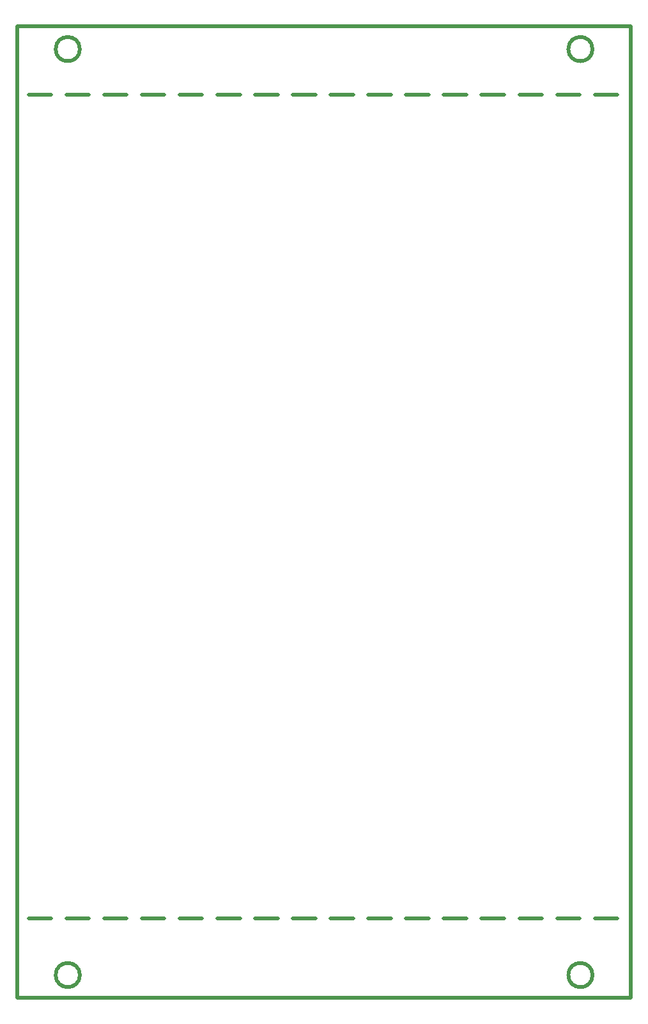
<source format=gbr>
%TF.GenerationSoftware,KiCad,Pcbnew,(7.0.0)*%
%TF.CreationDate,2023-03-26T07:24:26-07:00*%
%TF.ProjectId,wyw_extra,7779775f-6578-4747-9261-2e6b69636164,rev?*%
%TF.SameCoordinates,Original*%
%TF.FileFunction,Profile,NP*%
%FSLAX46Y46*%
G04 Gerber Fmt 4.6, Leading zero omitted, Abs format (unit mm)*
G04 Created by KiCad (PCBNEW (7.0.0)) date 2023-03-26 07:24:26*
%MOMM*%
%LPD*%
G01*
G04 APERTURE LIST*
%TA.AperFunction,Profile*%
%ADD10C,0.500000*%
%TD*%
G04 APERTURE END LIST*
D10*
X51500000Y-138000000D02*
X54500000Y-138000000D01*
X76500000Y-29000000D02*
X79500000Y-29000000D01*
X31500000Y-138000000D02*
X34500000Y-138000000D01*
X26500000Y-29000000D02*
X29500000Y-29000000D01*
X21500000Y-138000000D02*
X24500000Y-138000000D01*
X56500000Y-29000000D02*
X59500000Y-29000000D01*
X91500000Y-29000000D02*
X94500000Y-29000000D01*
X46500000Y-29000000D02*
X49500000Y-29000000D01*
X71500000Y-29000000D02*
X74500000Y-29000000D01*
X86500000Y-29000000D02*
X89500000Y-29000000D01*
X81500000Y-29000000D02*
X84500000Y-29000000D01*
X36500000Y-138000000D02*
X39500000Y-138000000D01*
X28280000Y-23000000D02*
G75*
G03*
X28280000Y-23000000I-1600000J0D01*
G01*
X26500000Y-138000000D02*
X29500000Y-138000000D01*
X81500000Y-138000000D02*
X84500000Y-138000000D01*
X76500000Y-138000000D02*
X79500000Y-138000000D01*
X91500000Y-138000000D02*
X94500000Y-138000000D01*
X96200000Y-23000000D02*
G75*
G03*
X96200000Y-23000000I-1600000J0D01*
G01*
X96200000Y-145500000D02*
G75*
G03*
X96200000Y-145500000I-1600000J0D01*
G01*
X96500000Y-138000000D02*
X99500000Y-138000000D01*
X21500000Y-29000000D02*
X24500000Y-29000000D01*
X36500000Y-29000000D02*
X39500000Y-29000000D01*
X31500000Y-29000000D02*
X34500000Y-29000000D01*
X86500000Y-138000000D02*
X89500000Y-138000000D01*
X56500000Y-138000000D02*
X59500000Y-138000000D01*
X41500000Y-29000000D02*
X44500000Y-29000000D01*
X41500000Y-138000000D02*
X44500000Y-138000000D01*
X61500000Y-29000000D02*
X64500000Y-29000000D01*
X46500000Y-138000000D02*
X49500000Y-138000000D01*
X61500000Y-138000000D02*
X64500000Y-138000000D01*
X96500000Y-29000000D02*
X99500000Y-29000000D01*
X66500000Y-29000000D02*
X69500000Y-29000000D01*
X20000000Y-20000000D02*
X101280000Y-20000000D01*
X101280000Y-20000000D02*
X101280000Y-148500000D01*
X101280000Y-148500000D02*
X20000000Y-148500000D01*
X20000000Y-148500000D02*
X20000000Y-20000000D01*
X28280000Y-145500000D02*
G75*
G03*
X28280000Y-145500000I-1600000J0D01*
G01*
X71500000Y-138000000D02*
X74500000Y-138000000D01*
X66500000Y-138000000D02*
X69500000Y-138000000D01*
X51500000Y-29000000D02*
X54500000Y-29000000D01*
M02*

</source>
